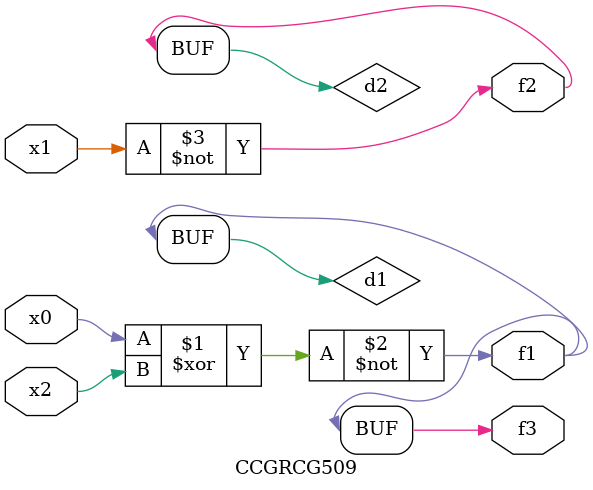
<source format=v>
module CCGRCG509(
	input x0, x1, x2,
	output f1, f2, f3
);

	wire d1, d2, d3;

	xnor (d1, x0, x2);
	nand (d2, x1);
	nor (d3, x1, x2);
	assign f1 = d1;
	assign f2 = d2;
	assign f3 = d1;
endmodule

</source>
